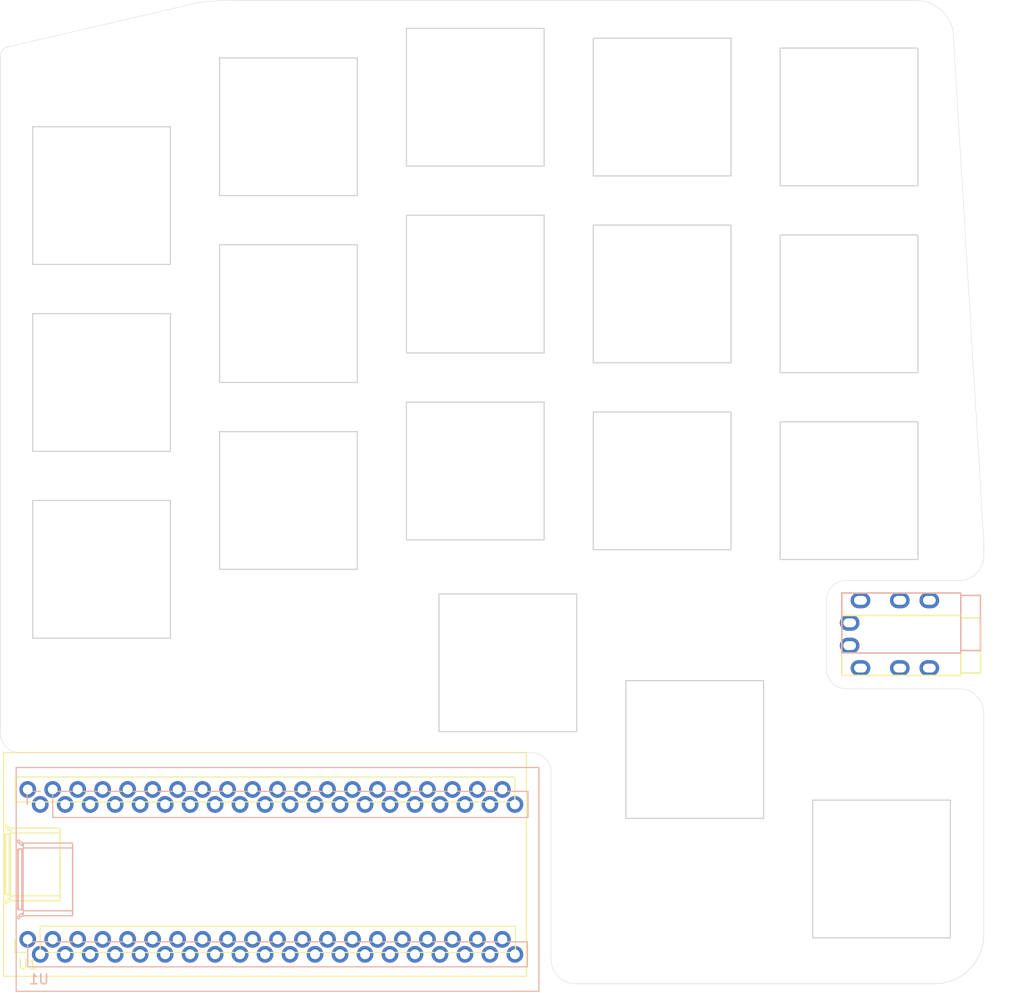
<source format=kicad_pcb>
(kicad_pcb (version 20171130) (host pcbnew "(5.1.8-0-10_14)")

  (general
    (thickness 1.6)
    (drawings 23)
    (tracks 0)
    (zones 0)
    (modules 26)
    (nets 41)
  )

  (page A4)
  (title_block
    (title "Reversible Split Keyboard Half, Top Plate")
    (date 2021-02-21)
    (rev 2021.1)
    (company "Richard Goulter")
  )

  (layers
    (0 F.Cu signal)
    (31 B.Cu signal)
    (32 B.Adhes user)
    (33 F.Adhes user)
    (34 B.Paste user)
    (35 F.Paste user)
    (36 B.SilkS user)
    (37 F.SilkS user)
    (38 B.Mask user)
    (39 F.Mask user)
    (40 Dwgs.User user)
    (41 Cmts.User user)
    (42 Eco1.User user)
    (43 Eco2.User user)
    (44 Edge.Cuts user)
    (45 Margin user)
    (46 B.CrtYd user)
    (47 F.CrtYd user)
    (48 B.Fab user)
    (49 F.Fab user)
  )

  (setup
    (last_trace_width 0.25)
    (trace_clearance 0.2)
    (zone_clearance 0.508)
    (zone_45_only no)
    (trace_min 0.2)
    (via_size 0.8)
    (via_drill 0.4)
    (via_min_size 0.6)
    (via_min_drill 0.3)
    (uvia_size 0.3)
    (uvia_drill 0.1)
    (uvias_allowed no)
    (uvia_min_size 0.2)
    (uvia_min_drill 0.1)
    (edge_width 0.0381)
    (segment_width 0.254)
    (pcb_text_width 0.3048)
    (pcb_text_size 1.524 1.524)
    (mod_edge_width 0.1524)
    (mod_text_size 0.8128 0.8128)
    (mod_text_width 0.1524)
    (pad_size 1.7018 1.7018)
    (pad_drill 1.7018)
    (pad_to_mask_clearance 0)
    (solder_mask_min_width 0.12)
    (aux_axis_origin 0 0)
    (visible_elements FFFFFF7F)
    (pcbplotparams
      (layerselection 0x00100_7ffffffe)
      (usegerberextensions false)
      (usegerberattributes true)
      (usegerberadvancedattributes true)
      (creategerberjobfile false)
      (excludeedgelayer false)
      (linewidth 0.100000)
      (plotframeref false)
      (viasonmask false)
      (mode 1)
      (useauxorigin false)
      (hpglpennumber 1)
      (hpglpenspeed 20)
      (hpglpendiameter 15.000000)
      (psnegative false)
      (psa4output false)
      (plotreference false)
      (plotvalue false)
      (plotinvisibletext false)
      (padsonsilk true)
      (subtractmaskfromsilk false)
      (outputformat 5)
      (mirror false)
      (drillshape 0)
      (scaleselection 1)
      (outputdirectory "gerber/keyboard-100x100-minif4-plate_top-reversible/"))
  )

  (net 0 "")
  (net 1 /3V3)
  (net 2 /SCL_TX)
  (net 3 /RGB_DIN)
  (net 4 /SW11)
  (net 5 /SW12)
  (net 6 /SW13)
  (net 7 /SW14)
  (net 8 /SW15)
  (net 9 /SW21)
  (net 10 /SW22)
  (net 11 /SW23)
  (net 12 /SW24)
  (net 13 /SW25)
  (net 14 /SW31)
  (net 15 /SW32)
  (net 16 /SW33)
  (net 17 /SW34)
  (net 18 /SW35)
  (net 19 /SW41)
  (net 20 /SW42)
  (net 21 /SW43)
  (net 22 "Net-(U1-Pad5V)")
  (net 23 "Net-(U1-Pad25)")
  (net 24 "Net-(U1-Pad46)")
  (net 25 "Net-(U1-Pad3)")
  (net 26 "Net-(U1-Pad2)")
  (net 27 "Net-(U1-Pad47)")
  (net 28 "Net-(U1-Pad1)")
  (net 29 "Net-(U1-Pad48)")
  (net 30 /GND)
  (net 31 "Net-(U1-Pad5V_5V)")
  (net 32 /SDA_RX)
  (net 33 "Net-(U1-Pad26)")
  (net 34 "Net-(U1-Pad27)")
  (net 35 "Net-(U1-Pad20)")
  (net 36 "Net-(U1-Pad32)")
  (net 37 "Net-(U1-Pad33)")
  (net 38 "Net-(U1-Pad11)")
  (net 39 "Net-(U1-Pad45)")
  (net 40 "Net-(U1-Pad7)")

  (net_class Default "This is the default net class."
    (clearance 0.2)
    (trace_width 0.25)
    (via_dia 0.8)
    (via_drill 0.4)
    (uvia_dia 0.3)
    (uvia_drill 0.1)
    (add_net /RGB_DIN)
    (add_net /SCL_TX)
    (add_net /SDA_RX)
    (add_net /SW11)
    (add_net /SW12)
    (add_net /SW13)
    (add_net /SW14)
    (add_net /SW15)
    (add_net /SW21)
    (add_net /SW22)
    (add_net /SW23)
    (add_net /SW24)
    (add_net /SW25)
    (add_net /SW31)
    (add_net /SW32)
    (add_net /SW33)
    (add_net /SW34)
    (add_net /SW35)
    (add_net /SW41)
    (add_net /SW42)
    (add_net /SW43)
    (add_net "Net-(U1-Pad1)")
    (add_net "Net-(U1-Pad11)")
    (add_net "Net-(U1-Pad2)")
    (add_net "Net-(U1-Pad20)")
    (add_net "Net-(U1-Pad25)")
    (add_net "Net-(U1-Pad26)")
    (add_net "Net-(U1-Pad27)")
    (add_net "Net-(U1-Pad3)")
    (add_net "Net-(U1-Pad32)")
    (add_net "Net-(U1-Pad33)")
    (add_net "Net-(U1-Pad45)")
    (add_net "Net-(U1-Pad46)")
    (add_net "Net-(U1-Pad47)")
    (add_net "Net-(U1-Pad48)")
    (add_net "Net-(U1-Pad5V)")
    (add_net "Net-(U1-Pad5V_5V)")
    (add_net "Net-(U1-Pad7)")
  )

  (net_class Power ""
    (clearance 0.2)
    (trace_width 0.5)
    (via_dia 0.8)
    (via_drill 0.4)
    (uvia_dia 0.3)
    (uvia_drill 0.1)
    (add_net /3V3)
    (add_net /GND)
  )

  (module ProjectLocal:SW_Cutout (layer F.Cu) (tedit 60326726) (tstamp 5FD94D50)
    (at 189.607 138.329685)
    (path /5FDEF97E)
    (fp_text reference SW_43 (at 0 2.1 unlocked) (layer F.SilkS) hide
      (effects (font (size 0.7 0.7) (thickness 0.15)))
    )
    (fp_text value SW_Push (at 0 -3.81 unlocked) (layer Dwgs.User) hide
      (effects (font (size 1 1) (thickness 0.15)))
    )
    (fp_line (start -7 -7) (end 7 -7) (layer Edge.Cuts) (width 0.12))
    (fp_line (start -7 7) (end -7 -7) (layer Edge.Cuts) (width 0.12))
    (fp_line (start 7 7) (end -7 7) (layer Edge.Cuts) (width 0.12))
    (fp_line (start 7 -7) (end 7 7) (layer Edge.Cuts) (width 0.12))
    (model "${KIPRJMOD}/Keebio-Parts.pretty/3dmodels/SK6812MINI-E v1.step"
      (at (xyz 0 0 0))
      (scale (xyz 1 1 1))
      (rotate (xyz 90 0 0))
    )
  )

  (module ProjectLocal:SW_Cutout (layer F.Cu) (tedit 60326726) (tstamp 5FD94CDC)
    (at 170.607 126.181906)
    (path /5FDF0012)
    (fp_text reference SW_42 (at 0 2.1 unlocked) (layer F.SilkS) hide
      (effects (font (size 0.7 0.7) (thickness 0.15)))
    )
    (fp_text value SW_Push (at 0 -3.81 unlocked) (layer Dwgs.User) hide
      (effects (font (size 1 1) (thickness 0.15)))
    )
    (fp_line (start -7 -7) (end 7 -7) (layer Edge.Cuts) (width 0.12))
    (fp_line (start -7 7) (end -7 -7) (layer Edge.Cuts) (width 0.12))
    (fp_line (start 7 7) (end -7 7) (layer Edge.Cuts) (width 0.12))
    (fp_line (start 7 -7) (end 7 7) (layer Edge.Cuts) (width 0.12))
    (model "${KIPRJMOD}/Keebio-Parts.pretty/3dmodels/SK6812MINI-E v1.step"
      (at (xyz 0 0 0))
      (scale (xyz 1 1 1))
      (rotate (xyz 90 0 0))
    )
  )

  (module ProjectLocal:SW_Cutout (layer F.Cu) (tedit 60326726) (tstamp 5FD94C68)
    (at 151.607 117.3615)
    (path /5FDF0949)
    (fp_text reference SW_41 (at 0 2.1 unlocked) (layer F.SilkS) hide
      (effects (font (size 0.7 0.7) (thickness 0.15)))
    )
    (fp_text value SW_Push (at 0 -3.81 unlocked) (layer Dwgs.User) hide
      (effects (font (size 1 1) (thickness 0.15)))
    )
    (fp_line (start -7 -7) (end 7 -7) (layer Edge.Cuts) (width 0.12))
    (fp_line (start -7 7) (end -7 -7) (layer Edge.Cuts) (width 0.12))
    (fp_line (start 7 7) (end -7 7) (layer Edge.Cuts) (width 0.12))
    (fp_line (start 7 -7) (end 7 7) (layer Edge.Cuts) (width 0.12))
    (model "${KIPRJMOD}/Keebio-Parts.pretty/3dmodels/SK6812MINI-E v1.step"
      (at (xyz 0 0 0))
      (scale (xyz 1 1 1))
      (rotate (xyz 90 0 0))
    )
  )

  (module ProjectLocal:SW_Cutout (layer F.Cu) (tedit 60326726) (tstamp 5FD94BF4)
    (at 186.3005 99.8615)
    (path /5FDEF11F)
    (fp_text reference SW_35 (at 0 2.1 unlocked) (layer F.SilkS) hide
      (effects (font (size 0.7 0.7) (thickness 0.15)))
    )
    (fp_text value SW_Push (at 0 -3.81 unlocked) (layer Dwgs.User) hide
      (effects (font (size 1 1) (thickness 0.15)))
    )
    (fp_line (start -7 -7) (end 7 -7) (layer Edge.Cuts) (width 0.12))
    (fp_line (start -7 7) (end -7 -7) (layer Edge.Cuts) (width 0.12))
    (fp_line (start 7 7) (end -7 7) (layer Edge.Cuts) (width 0.12))
    (fp_line (start 7 -7) (end 7 7) (layer Edge.Cuts) (width 0.12))
    (model "${KIPRJMOD}/Keebio-Parts.pretty/3dmodels/SK6812MINI-E v1.step"
      (at (xyz 0 0 0))
      (scale (xyz 1 1 1))
      (rotate (xyz 90 0 0))
    )
  )

  (module ProjectLocal:SW_Cutout (layer F.Cu) (tedit 60326726) (tstamp 5FD94B80)
    (at 167.3005 98.8615)
    (path /5FDF323B)
    (fp_text reference SW_34 (at 0 2.1 unlocked) (layer F.SilkS) hide
      (effects (font (size 0.7 0.7) (thickness 0.15)))
    )
    (fp_text value SW_Push (at 0 -3.81 unlocked) (layer Dwgs.User) hide
      (effects (font (size 1 1) (thickness 0.15)))
    )
    (fp_line (start -7 -7) (end 7 -7) (layer Edge.Cuts) (width 0.12))
    (fp_line (start -7 7) (end -7 -7) (layer Edge.Cuts) (width 0.12))
    (fp_line (start 7 7) (end -7 7) (layer Edge.Cuts) (width 0.12))
    (fp_line (start 7 -7) (end 7 7) (layer Edge.Cuts) (width 0.12))
    (model "${KIPRJMOD}/Keebio-Parts.pretty/3dmodels/SK6812MINI-E v1.step"
      (at (xyz 0 0 0))
      (scale (xyz 1 1 1))
      (rotate (xyz 90 0 0))
    )
  )

  (module ProjectLocal:SW_Cutout (layer F.Cu) (tedit 60326726) (tstamp 5FD94B0C)
    (at 148.3005 97.8615)
    (path /5FDF2DC3)
    (fp_text reference SW_33 (at 0 2.1 unlocked) (layer F.SilkS) hide
      (effects (font (size 0.7 0.7) (thickness 0.15)))
    )
    (fp_text value SW_Push (at 0 -3.81 unlocked) (layer Dwgs.User) hide
      (effects (font (size 1 1) (thickness 0.15)))
    )
    (fp_line (start -7 -7) (end 7 -7) (layer Edge.Cuts) (width 0.12))
    (fp_line (start -7 7) (end -7 -7) (layer Edge.Cuts) (width 0.12))
    (fp_line (start 7 7) (end -7 7) (layer Edge.Cuts) (width 0.12))
    (fp_line (start 7 -7) (end 7 7) (layer Edge.Cuts) (width 0.12))
    (model "${KIPRJMOD}/Keebio-Parts.pretty/3dmodels/SK6812MINI-E v1.step"
      (at (xyz 0 0 0))
      (scale (xyz 1 1 1))
      (rotate (xyz 90 0 0))
    )
  )

  (module ProjectLocal:SW_Cutout (layer F.Cu) (tedit 60326726) (tstamp 5FD94A98)
    (at 129.3005 100.8615)
    (path /5FDF2621)
    (fp_text reference SW_32 (at 0 2.1 unlocked) (layer F.SilkS) hide
      (effects (font (size 0.7 0.7) (thickness 0.15)))
    )
    (fp_text value SW_Push (at 0 -3.81 unlocked) (layer Dwgs.User) hide
      (effects (font (size 1 1) (thickness 0.15)))
    )
    (fp_line (start -7 -7) (end 7 -7) (layer Edge.Cuts) (width 0.12))
    (fp_line (start -7 7) (end -7 -7) (layer Edge.Cuts) (width 0.12))
    (fp_line (start 7 7) (end -7 7) (layer Edge.Cuts) (width 0.12))
    (fp_line (start 7 -7) (end 7 7) (layer Edge.Cuts) (width 0.12))
    (model "${KIPRJMOD}/Keebio-Parts.pretty/3dmodels/SK6812MINI-E v1.step"
      (at (xyz 0 0 0))
      (scale (xyz 1 1 1))
      (rotate (xyz 90 0 0))
    )
  )

  (module ProjectLocal:SW_Cutout (layer F.Cu) (tedit 60326726) (tstamp 5FD94A24)
    (at 110.3005 107.8615)
    (path /5FDE5173)
    (fp_text reference SW_31 (at 0 2.1 unlocked) (layer F.SilkS) hide
      (effects (font (size 0.7 0.7) (thickness 0.15)))
    )
    (fp_text value SW_Push (at 0 -3.81 unlocked) (layer Dwgs.User) hide
      (effects (font (size 1 1) (thickness 0.15)))
    )
    (fp_line (start -7 -7) (end 7 -7) (layer Edge.Cuts) (width 0.12))
    (fp_line (start -7 7) (end -7 -7) (layer Edge.Cuts) (width 0.12))
    (fp_line (start 7 7) (end -7 7) (layer Edge.Cuts) (width 0.12))
    (fp_line (start 7 -7) (end 7 7) (layer Edge.Cuts) (width 0.12))
    (model "${KIPRJMOD}/Keebio-Parts.pretty/3dmodels/SK6812MINI-E v1.step"
      (at (xyz 0 0 0))
      (scale (xyz 1 1 1))
      (rotate (xyz 90 0 0))
    )
  )

  (module ProjectLocal:SW_Cutout (layer F.Cu) (tedit 60326726) (tstamp 5FD949B0)
    (at 186.3005 80.8615)
    (path /5FDEE777)
    (fp_text reference SW_25 (at 0 2.1 unlocked) (layer F.SilkS) hide
      (effects (font (size 0.7 0.7) (thickness 0.15)))
    )
    (fp_text value SW_Push (at 0 -3.81 unlocked) (layer Dwgs.User) hide
      (effects (font (size 1 1) (thickness 0.15)))
    )
    (fp_line (start -7 -7) (end 7 -7) (layer Edge.Cuts) (width 0.12))
    (fp_line (start -7 7) (end -7 -7) (layer Edge.Cuts) (width 0.12))
    (fp_line (start 7 7) (end -7 7) (layer Edge.Cuts) (width 0.12))
    (fp_line (start 7 -7) (end 7 7) (layer Edge.Cuts) (width 0.12))
    (model "${KIPRJMOD}/Keebio-Parts.pretty/3dmodels/SK6812MINI-E v1.step"
      (at (xyz 0 0 0))
      (scale (xyz 1 1 1))
      (rotate (xyz 90 0 0))
    )
  )

  (module ProjectLocal:SW_Cutout (layer F.Cu) (tedit 60326726) (tstamp 5FD9493C)
    (at 167.3005 79.8615)
    (path /5FDF0DF7)
    (fp_text reference SW_24 (at 0 2.1 unlocked) (layer F.SilkS) hide
      (effects (font (size 0.7 0.7) (thickness 0.15)))
    )
    (fp_text value SW_Push (at 0 -3.81 unlocked) (layer Dwgs.User) hide
      (effects (font (size 1 1) (thickness 0.15)))
    )
    (fp_line (start -7 -7) (end 7 -7) (layer Edge.Cuts) (width 0.12))
    (fp_line (start -7 7) (end -7 -7) (layer Edge.Cuts) (width 0.12))
    (fp_line (start 7 7) (end -7 7) (layer Edge.Cuts) (width 0.12))
    (fp_line (start 7 -7) (end 7 7) (layer Edge.Cuts) (width 0.12))
    (model "${KIPRJMOD}/Keebio-Parts.pretty/3dmodels/SK6812MINI-E v1.step"
      (at (xyz 0 0 0))
      (scale (xyz 1 1 1))
      (rotate (xyz 90 0 0))
    )
  )

  (module ProjectLocal:SW_Cutout (layer F.Cu) (tedit 60326726) (tstamp 5FD948C8)
    (at 148.3005 78.8615)
    (path /5FDF1620)
    (fp_text reference SW_23 (at 0 2.1 unlocked) (layer F.SilkS) hide
      (effects (font (size 0.7 0.7) (thickness 0.15)))
    )
    (fp_text value SW_Push (at 0 -3.81 unlocked) (layer Dwgs.User) hide
      (effects (font (size 1 1) (thickness 0.15)))
    )
    (fp_line (start -7 -7) (end 7 -7) (layer Edge.Cuts) (width 0.12))
    (fp_line (start -7 7) (end -7 -7) (layer Edge.Cuts) (width 0.12))
    (fp_line (start 7 7) (end -7 7) (layer Edge.Cuts) (width 0.12))
    (fp_line (start 7 -7) (end 7 7) (layer Edge.Cuts) (width 0.12))
    (model "${KIPRJMOD}/Keebio-Parts.pretty/3dmodels/SK6812MINI-E v1.step"
      (at (xyz 0 0 0))
      (scale (xyz 1 1 1))
      (rotate (xyz 90 0 0))
    )
  )

  (module ProjectLocal:SW_Cutout (layer F.Cu) (tedit 60326726) (tstamp 5FD94854)
    (at 129.3005 81.8615)
    (path /5FDF1BC1)
    (fp_text reference SW_22 (at 0 2.1 unlocked) (layer F.SilkS) hide
      (effects (font (size 0.7 0.7) (thickness 0.15)))
    )
    (fp_text value SW_Push (at 0 -3.81 unlocked) (layer Dwgs.User) hide
      (effects (font (size 1 1) (thickness 0.15)))
    )
    (fp_line (start -7 -7) (end 7 -7) (layer Edge.Cuts) (width 0.12))
    (fp_line (start -7 7) (end -7 -7) (layer Edge.Cuts) (width 0.12))
    (fp_line (start 7 7) (end -7 7) (layer Edge.Cuts) (width 0.12))
    (fp_line (start 7 -7) (end 7 7) (layer Edge.Cuts) (width 0.12))
    (model "${KIPRJMOD}/Keebio-Parts.pretty/3dmodels/SK6812MINI-E v1.step"
      (at (xyz 0 0 0))
      (scale (xyz 1 1 1))
      (rotate (xyz 90 0 0))
    )
  )

  (module ProjectLocal:SW_Cutout (layer F.Cu) (tedit 60326726) (tstamp 5FD947E0)
    (at 110.3005 88.8615)
    (path /5FDE48F6)
    (fp_text reference SW_21 (at 0 2.1 unlocked) (layer F.SilkS) hide
      (effects (font (size 0.7 0.7) (thickness 0.15)))
    )
    (fp_text value SW_Push (at 0 -3.81 unlocked) (layer Dwgs.User) hide
      (effects (font (size 1 1) (thickness 0.15)))
    )
    (fp_line (start -7 -7) (end 7 -7) (layer Edge.Cuts) (width 0.12))
    (fp_line (start -7 7) (end -7 -7) (layer Edge.Cuts) (width 0.12))
    (fp_line (start 7 7) (end -7 7) (layer Edge.Cuts) (width 0.12))
    (fp_line (start 7 -7) (end 7 7) (layer Edge.Cuts) (width 0.12))
    (model "${KIPRJMOD}/Keebio-Parts.pretty/3dmodels/SK6812MINI-E v1.step"
      (at (xyz 0 0 0))
      (scale (xyz 1 1 1))
      (rotate (xyz 90 0 0))
    )
  )

  (module ProjectLocal:SW_Cutout (layer F.Cu) (tedit 60326726) (tstamp 5FD9476C)
    (at 186.3005 61.8615)
    (path /5FDED702)
    (fp_text reference SW_15 (at 0 2.1 unlocked) (layer F.SilkS) hide
      (effects (font (size 0.7 0.7) (thickness 0.15)))
    )
    (fp_text value SW_Push (at 0 -3.81 unlocked) (layer Dwgs.User) hide
      (effects (font (size 1 1) (thickness 0.15)))
    )
    (fp_line (start -7 -7) (end 7 -7) (layer Edge.Cuts) (width 0.12))
    (fp_line (start -7 7) (end -7 -7) (layer Edge.Cuts) (width 0.12))
    (fp_line (start 7 7) (end -7 7) (layer Edge.Cuts) (width 0.12))
    (fp_line (start 7 -7) (end 7 7) (layer Edge.Cuts) (width 0.12))
    (model "${KIPRJMOD}/Keebio-Parts.pretty/3dmodels/SK6812MINI-E v1.step"
      (at (xyz 0 0 0))
      (scale (xyz 1 1 1))
      (rotate (xyz 90 0 0))
    )
  )

  (module ProjectLocal:SW_Cutout (layer F.Cu) (tedit 60326726) (tstamp 5FD946F8)
    (at 167.3005 60.8615)
    (path /5FDECF29)
    (fp_text reference SW_14 (at 0 2.1 unlocked) (layer F.SilkS) hide
      (effects (font (size 0.7 0.7) (thickness 0.15)))
    )
    (fp_text value SW_Push (at 0 -3.81 unlocked) (layer Dwgs.User) hide
      (effects (font (size 1 1) (thickness 0.15)))
    )
    (fp_line (start -7 -7) (end 7 -7) (layer Edge.Cuts) (width 0.12))
    (fp_line (start -7 7) (end -7 -7) (layer Edge.Cuts) (width 0.12))
    (fp_line (start 7 7) (end -7 7) (layer Edge.Cuts) (width 0.12))
    (fp_line (start 7 -7) (end 7 7) (layer Edge.Cuts) (width 0.12))
    (model "${KIPRJMOD}/Keebio-Parts.pretty/3dmodels/SK6812MINI-E v1.step"
      (at (xyz 0 0 0))
      (scale (xyz 1 1 1))
      (rotate (xyz 90 0 0))
    )
  )

  (module ProjectLocal:SW_Cutout (layer F.Cu) (tedit 60326726) (tstamp 5FD94684)
    (at 148.3005 59.8615)
    (path /5FDEC2EC)
    (fp_text reference SW_13 (at 0 2.1 unlocked) (layer F.SilkS) hide
      (effects (font (size 0.7 0.7) (thickness 0.15)))
    )
    (fp_text value SW_Push (at 0 -3.81 unlocked) (layer Dwgs.User) hide
      (effects (font (size 1 1) (thickness 0.15)))
    )
    (fp_line (start -7 -7) (end 7 -7) (layer Edge.Cuts) (width 0.12))
    (fp_line (start -7 7) (end -7 -7) (layer Edge.Cuts) (width 0.12))
    (fp_line (start 7 7) (end -7 7) (layer Edge.Cuts) (width 0.12))
    (fp_line (start 7 -7) (end 7 7) (layer Edge.Cuts) (width 0.12))
    (model "${KIPRJMOD}/Keebio-Parts.pretty/3dmodels/SK6812MINI-E v1.step"
      (at (xyz 0 0 0))
      (scale (xyz 1 1 1))
      (rotate (xyz 90 0 0))
    )
  )

  (module ProjectLocal:SW_Cutout (layer F.Cu) (tedit 60326726) (tstamp 5FD94610)
    (at 129.3005 62.8615)
    (path /5FDEB649)
    (fp_text reference SW_12 (at 0 2.1 unlocked) (layer F.SilkS) hide
      (effects (font (size 0.7 0.7) (thickness 0.15)))
    )
    (fp_text value SW_Push (at 0 -3.81 unlocked) (layer Dwgs.User) hide
      (effects (font (size 1 1) (thickness 0.15)))
    )
    (fp_line (start -7 -7) (end 7 -7) (layer Edge.Cuts) (width 0.12))
    (fp_line (start -7 7) (end -7 -7) (layer Edge.Cuts) (width 0.12))
    (fp_line (start 7 7) (end -7 7) (layer Edge.Cuts) (width 0.12))
    (fp_line (start 7 -7) (end 7 7) (layer Edge.Cuts) (width 0.12))
    (model "${KIPRJMOD}/Keebio-Parts.pretty/3dmodels/SK6812MINI-E v1.step"
      (at (xyz 0 0 0))
      (scale (xyz 1 1 1))
      (rotate (xyz 90 0 0))
    )
  )

  (module ProjectLocal:SW_Cutout (layer F.Cu) (tedit 60326726) (tstamp 5FD9459C)
    (at 110.3005 69.8615)
    (path /5FD3A369)
    (fp_text reference SW_11 (at 0 2.1 unlocked) (layer F.SilkS) hide
      (effects (font (size 0.7 0.7) (thickness 0.15)))
    )
    (fp_text value SW_Push (at 0 -3.81 unlocked) (layer Dwgs.User) hide
      (effects (font (size 1 1) (thickness 0.15)))
    )
    (fp_line (start -7 -7) (end 7 -7) (layer Edge.Cuts) (width 0.12))
    (fp_line (start -7 7) (end -7 -7) (layer Edge.Cuts) (width 0.12))
    (fp_line (start 7 7) (end -7 7) (layer Edge.Cuts) (width 0.12))
    (fp_line (start 7 -7) (end 7 7) (layer Edge.Cuts) (width 0.12))
    (model "${KIPRJMOD}/Keebio-Parts.pretty/3dmodels/SK6812MINI-E v1.step"
      (at (xyz 0 0 0))
      (scale (xyz 1 1 1))
      (rotate (xyz 90 0 0))
    )
  )

  (module ProjectLocal:H_M2_Screw_Hole (layer F.Cu) (tedit 60326F8F) (tstamp 6030EFD7)
    (at 157.353 106.934)
    (path /603C55A7)
    (fp_text reference H10 (at 0 0) (layer F.SilkS) hide
      (effects (font (size 1 1) (thickness 0.15)))
    )
    (fp_text value MountingHole (at 0 -0.5) (layer F.Fab)
      (effects (font (size 1 1) (thickness 0.15)))
    )
    (fp_circle (center 0 0) (end 1.2 0) (layer Dwgs.User) (width 0.12))
    (pad "" np_thru_hole circle (at 0 0) (size 2.4 2.4) (drill 2.4) (layers *.Cu *.Mask))
  )

  (module ProjectLocal:H_M2_Screw_Hole (layer F.Cu) (tedit 60326F8F) (tstamp 6030EFD2)
    (at 180.721 128.651)
    (path /603C53A9)
    (fp_text reference H9 (at 0 0) (layer F.SilkS) hide
      (effects (font (size 1 1) (thickness 0.15)))
    )
    (fp_text value MountingHole (at 0 -0.5) (layer F.Fab)
      (effects (font (size 1 1) (thickness 0.15)))
    )
    (fp_circle (center 0 0) (end 1.2 0) (layer Dwgs.User) (width 0.12))
    (pad "" np_thru_hole circle (at 0 0) (size 2.4 2.4) (drill 2.4) (layers *.Cu *.Mask))
  )

  (module ProjectLocal:H_M2_Screw_Hole (layer F.Cu) (tedit 60326F8F) (tstamp 6030EFCD)
    (at 120.574 110.648)
    (path /603C5079)
    (fp_text reference H8 (at 0 0) (layer F.SilkS) hide
      (effects (font (size 1 1) (thickness 0.15)))
    )
    (fp_text value MountingHole (at 0 -0.5) (layer F.Fab)
      (effects (font (size 1 1) (thickness 0.15)))
    )
    (fp_circle (center 0 0) (end 1.2 0) (layer Dwgs.User) (width 0.12))
    (pad "" np_thru_hole circle (at 0 0) (size 2.4 2.4) (drill 2.4) (layers *.Cu *.Mask))
  )

  (module ProjectLocal:H_M2_Screw_Hole (layer F.Cu) (tedit 60326F8F) (tstamp 6030EFC8)
    (at 181.102 71.12)
    (path /603C4D5A)
    (fp_text reference H7 (at 0 0) (layer F.SilkS) hide
      (effects (font (size 1 1) (thickness 0.15)))
    )
    (fp_text value MountingHole (at 0 -0.5) (layer F.Fab)
      (effects (font (size 1 1) (thickness 0.15)))
    )
    (fp_circle (center 0 0) (end 1.2 0) (layer Dwgs.User) (width 0.12))
    (pad "" np_thru_hole circle (at 0 0) (size 2.4 2.4) (drill 2.4) (layers *.Cu *.Mask))
  )

  (module ProjectLocal:H_M2_Screw_Hole (layer F.Cu) (tedit 60326F8F) (tstamp 6030EFC3)
    (at 120.142 72.421)
    (path /603C44C9)
    (fp_text reference H6 (at 0 0) (layer F.SilkS) hide
      (effects (font (size 1 1) (thickness 0.15)))
    )
    (fp_text value MountingHole (at 0 -0.5) (layer F.Fab)
      (effects (font (size 1 1) (thickness 0.15)))
    )
    (fp_circle (center 0 0) (end 1.2 0) (layer Dwgs.User) (width 0.12))
    (pad "" np_thru_hole circle (at 0 0) (size 2.4 2.4) (drill 2.4) (layers *.Cu *.Mask))
  )

  (module ProjectLocal:WeAct_MiniF4_ZigZag (layer F.Cu) (tedit 603234D2) (tstamp 6032AB49)
    (at 102.794 145.484 90)
    (descr "Through hole headers for BluePill module. No SWD breakout. Fancy silkscreen.")
    (tags "module BlluePill Blue Pill header SWD breakout")
    (path /5FD347E3)
    (fp_text reference U1 (at -2.54 0) (layer F.SilkS)
      (effects (font (size 1 1) (thickness 0.15)))
    )
    (fp_text value MiniF4 (at 20.32 24.765 180) (layer F.Fab) hide
      (effects (font (size 1 1) (thickness 0.15)))
    )
    (fp_line (start 3.747784 -2.019531) (end 3.932659 -2.182422) (layer F.SilkS) (width 0.12))
    (fp_line (start 4.045142 -2.054759) (end 3.767387 -2.37) (layer F.SilkS) (width 0.12))
    (fp_line (start 3.767387 -2.37) (end 3.582512 -2.207108) (layer F.SilkS) (width 0.12))
    (fp_line (start 3.582512 -2.207108) (end 3.861166 -1.890847) (layer F.SilkS) (width 0.12))
    (fp_line (start 11.657487 -2.207108) (end 11.378833 -1.890847) (layer F.SilkS) (width 0.12))
    (fp_line (start 11.472612 -2.37) (end 11.657487 -2.207108) (layer F.SilkS) (width 0.12))
    (fp_line (start 11.492215 -2.019531) (end 11.30734 -2.182422) (layer F.SilkS) (width 0.12))
    (fp_line (start 11.194857 -2.054759) (end 11.472612 -2.37) (layer F.SilkS) (width 0.12))
    (fp_line (start 4.160728 -1.82) (end 3.905072 -1.82) (layer F.SilkS) (width 0.12))
    (fp_line (start 4.169988 -1.72) (end 4.169988 -1.724215) (layer F.SilkS) (width 0.12))
    (fp_line (start 11.070011 -1.72) (end 11.070011 -1.724215) (layer F.SilkS) (width 0.12))
    (fp_line (start 11.079271 -1.82) (end 11.334927 -1.82) (layer F.SilkS) (width 0.12))
    (fp_line (start 11.070011 3.29) (end 4.169988 3.29) (layer F.SilkS) (width 0.12))
    (fp_line (start 4.423589 -1.720064) (end 4.423589 3.29) (layer F.SilkS) (width 0.12))
    (fp_line (start 3.923589 -1.725575) (end 3.923572 -1.7285) (layer F.SilkS) (width 0.12))
    (fp_line (start 3.923589 -1.725575) (end 3.923589 3.28) (layer F.SilkS) (width 0.12))
    (fp_line (start 11.31641 3.28) (end 3.923589 3.28) (layer F.SilkS) (width 0.12))
    (fp_line (start 3.930103 -1.72) (end 4.42 -1.72) (layer F.SilkS) (width 0.12))
    (fp_line (start 11.31641 -1.725575) (end 11.31641 3.28) (layer F.SilkS) (width 0.12))
    (fp_line (start 11.31641 -1.725575) (end 11.316427 -1.7285) (layer F.SilkS) (width 0.12))
    (fp_line (start 11.309896 -1.72) (end 10.82 -1.72) (layer F.SilkS) (width 0.12))
    (fp_line (start 10.81641 -1.720064) (end 10.81641 3.29) (layer F.SilkS) (width 0.12))
    (fp_line (start 10.82 -1.72) (end 10.81641 -1.720064) (layer F.SilkS) (width 0.12))
    (fp_line (start 4.42 -1.72) (end 4.423589 -1.720064) (layer F.SilkS) (width 0.12))
    (fp_line (start 10.758464 -1.741175) (end 4.481535 -1.741175) (layer F.SilkS) (width 0.12))
    (fp_line (start 10.47 -2.37) (end 4.77 -2.37) (layer F.SilkS) (width 0.12))
    (fp_line (start 4.77 -2.226605) (end 4.77 -2.37) (layer F.SilkS) (width 0.12))
    (fp_line (start 10.47 -2.226605) (end 10.47 -2.37) (layer F.SilkS) (width 0.12))
    (fp_line (start 10.72 -2.165211) (end 10.72 -1.82) (layer F.SilkS) (width 0.12))
    (fp_line (start 10.47 -2.226605) (end 4.77 -2.226605) (layer F.SilkS) (width 0.12))
    (fp_line (start 4.52 -2.165211) (end 4.52 -1.82) (layer F.SilkS) (width 0.12))
    (fp_line (start 4.52 -1.884569) (end 10.72 -1.884569) (layer F.SilkS) (width 0.12))
    (fp_line (start 3.928513 -1.720331) (end 3.930103 -1.72) (layer F.SilkS) (width 0.12))
    (fp_line (start 3.923572 -1.7285) (end 3.928513 -1.720331) (layer F.SilkS) (width 0.12))
    (fp_line (start 11.311486 -1.720331) (end 11.309896 -1.72) (layer F.SilkS) (width 0.12))
    (fp_line (start 11.316427 -1.7285) (end 11.311486 -1.720331) (layer F.SilkS) (width 0.12))
    (fp_line (start 13.97 49.53) (end 13.97 -1.27) (layer F.Fab) (width 0.1))
    (fp_line (start 16.51 49.53) (end 13.97 49.53) (layer F.Fab) (width 0.1))
    (fp_line (start 16.51 -1.27) (end 16.51 49.53) (layer F.Fab) (width 0.1))
    (fp_line (start 13.97 -1.27) (end 16.51 -1.27) (layer F.Fab) (width 0.1))
    (fp_line (start -1.27 49.53) (end -1.27 -0.635) (layer F.Fab) (width 0.1))
    (fp_line (start 1.27 49.53) (end -1.27 49.53) (layer F.Fab) (width 0.1))
    (fp_line (start 1.27 -1.27) (end 1.27 49.53) (layer F.Fab) (width 0.1))
    (fp_line (start -0.635 -1.27) (end 1.27 -1.27) (layer F.Fab) (width 0.1))
    (fp_line (start -1.27 -0.635) (end -0.635 -1.27) (layer F.Fab) (width 0.1))
    (fp_line (start 11.52 3.48) (end 11.52 -2.32) (layer F.Fab) (width 0.1))
    (fp_line (start 3.72 3.48) (end 3.72 -2.32) (layer F.Fab) (width 0.1))
    (fp_line (start 3.72 3.48) (end 11.52 3.48) (layer F.Fab) (width 0.1))
    (fp_line (start -3.755 -2.445) (end 18.995 -2.445) (layer F.SilkS) (width 0.12))
    (fp_line (start 18.995 -2.445) (end 18.995 50.705) (layer F.SilkS) (width 0.12))
    (fp_line (start 18.995 50.705) (end -3.755 50.705) (layer F.SilkS) (width 0.12))
    (fp_line (start -3.755 50.705) (end -3.755 -2.445) (layer F.SilkS) (width 0.12))
    (fp_line (start 18.92 -2.37) (end 18.92 50.63) (layer F.Fab) (width 0.12))
    (fp_line (start -3.68 50.63) (end 18.92 50.63) (layer F.Fab) (width 0.12))
    (fp_line (start -3.68 50.63) (end -3.68 -2.32) (layer F.Fab) (width 0.12))
    (fp_line (start -3.68 -2.37) (end 18.92 -2.37) (layer F.Fab) (width 0.12))
    (fp_line (start -3.93 -2.62) (end 19.17 -2.62) (layer F.CrtYd) (width 0.05))
    (fp_line (start 19.17 -2.62) (end 19.17 50.88) (layer F.CrtYd) (width 0.05))
    (fp_line (start 19.17 50.88) (end -3.93 50.88) (layer F.CrtYd) (width 0.05))
    (fp_line (start -3.93 50.88) (end -3.93 -2.62) (layer F.CrtYd) (width 0.05))
    (fp_line (start -1.8 -1.8) (end -1.8 50.06) (layer F.CrtYd) (width 0.05))
    (fp_line (start -1.8 50.06) (end 1.8 50.06) (layer F.CrtYd) (width 0.05))
    (fp_line (start 1.8 -1.8) (end -1.8 -1.8) (layer F.CrtYd) (width 0.05))
    (fp_line (start 13.44 -1.8) (end 17.04 -1.8) (layer F.CrtYd) (width 0.05))
    (fp_line (start 17.04 -1.8) (end 17.04 50.06) (layer F.CrtYd) (width 0.05))
    (fp_line (start 17.04 50.06) (end 13.44 50.06) (layer F.CrtYd) (width 0.05))
    (fp_line (start 1.8 -1.8) (end 1.8 45.72) (layer F.CrtYd) (width 0.05))
    (fp_line (start 1.8 45.72) (end 1.8 50.06) (layer F.CrtYd) (width 0.05))
    (fp_line (start 13.44 -1.8) (end 13.44 45.72) (layer F.CrtYd) (width 0.05))
    (fp_line (start 13.44 45.72) (end 13.44 50.06) (layer F.CrtYd) (width 0.05))
    (fp_line (start -1.33 1.27) (end 1.33 1.27) (layer F.SilkS) (width 0.12))
    (fp_line (start 1.33 1.27) (end 1.33 49.59) (layer F.SilkS) (width 0.12))
    (fp_line (start 1.33 49.59) (end -1.33 49.59) (layer F.SilkS) (width 0.12))
    (fp_line (start -1.33 49.59) (end -1.33 1.27) (layer F.SilkS) (width 0.12))
    (fp_line (start 13.97 -1.27) (end 16.51 -1.27) (layer F.SilkS) (width 0.12))
    (fp_line (start 16.51 -1.27) (end 16.51 49.53) (layer F.SilkS) (width 0.12))
    (fp_line (start 16.51 49.53) (end 13.97 49.53) (layer F.SilkS) (width 0.12))
    (fp_line (start 13.97 49.53) (end 13.97 -1.27) (layer F.SilkS) (width 0.12))
    (fp_line (start -1.33 0) (end -1.33 -1.33) (layer F.SilkS) (width 0.12))
    (fp_line (start -1.33 -1.33) (end 0 -1.33) (layer F.SilkS) (width 0.12))
    (fp_line (start -0.25146 0.00254) (end -2.79146 0.00254) (layer B.SilkS) (width 0.12))
    (fp_line (start -2.79146 0.00254) (end -2.79146 50.80254) (layer B.SilkS) (width 0.12))
    (fp_line (start 9.970756 -0.746991) (end 9.785881 -0.909882) (layer B.SilkS) (width 0.12))
    (fp_line (start 9.673398 -0.782219) (end 9.951153 -1.09746) (layer B.SilkS) (width 0.12))
    (fp_line (start 9.951153 -1.09746) (end 10.136028 -0.934568) (layer B.SilkS) (width 0.12))
    (fp_line (start 10.136028 -0.934568) (end 9.857374 -0.618307) (layer B.SilkS) (width 0.12))
    (fp_line (start 2.061053 -0.934568) (end 2.339707 -0.618307) (layer B.SilkS) (width 0.12))
    (fp_line (start 2.245928 -1.09746) (end 2.061053 -0.934568) (layer B.SilkS) (width 0.12))
    (fp_line (start 2.226325 -0.746991) (end 2.4112 -0.909882) (layer B.SilkS) (width 0.12))
    (fp_line (start 2.523683 -0.782219) (end 2.245928 -1.09746) (layer B.SilkS) (width 0.12))
    (fp_line (start 9.557812 -0.54746) (end 9.813468 -0.54746) (layer B.SilkS) (width 0.12))
    (fp_line (start 9.548552 -0.44746) (end 9.548552 -0.451675) (layer B.SilkS) (width 0.12))
    (fp_line (start 2.648529 -0.44746) (end 2.648529 -0.451675) (layer B.SilkS) (width 0.12))
    (fp_line (start 2.639269 -0.54746) (end 2.383613 -0.54746) (layer B.SilkS) (width 0.12))
    (fp_line (start 2.648529 4.56254) (end 9.548552 4.56254) (layer B.SilkS) (width 0.12))
    (fp_line (start 9.294951 -0.447524) (end 9.294951 4.56254) (layer B.SilkS) (width 0.12))
    (fp_line (start 9.794951 -0.453035) (end 9.794968 -0.45596) (layer B.SilkS) (width 0.12))
    (fp_line (start 9.794951 -0.453035) (end 9.794951 4.55254) (layer B.SilkS) (width 0.12))
    (fp_line (start 2.40213 4.55254) (end 9.794951 4.55254) (layer B.SilkS) (width 0.12))
    (fp_line (start 9.788437 -0.44746) (end 9.29854 -0.44746) (layer B.SilkS) (width 0.12))
    (fp_line (start 2.40213 -0.453035) (end 2.40213 4.55254) (layer B.SilkS) (width 0.12))
    (fp_line (start 2.40213 -0.453035) (end 2.402113 -0.45596) (layer B.SilkS) (width 0.12))
    (fp_line (start 2.408644 -0.44746) (end 2.89854 -0.44746) (layer B.SilkS) (width 0.12))
    (fp_line (start 2.90213 -0.447524) (end 2.90213 4.56254) (layer B.SilkS) (width 0.12))
    (fp_line (start 2.89854 -0.44746) (end 2.90213 -0.447524) (layer B.SilkS) (width 0.12))
    (fp_line (start 9.29854 -0.44746) (end 9.294951 -0.447524) (layer B.SilkS) (width 0.12))
    (fp_line (start 2.960076 -0.468635) (end 9.237005 -0.468635) (layer B.SilkS) (width 0.12))
    (fp_line (start 3.24854 -1.09746) (end 8.94854 -1.09746) (layer B.SilkS) (width 0.12))
    (fp_line (start 8.94854 -0.954065) (end 8.94854 -1.09746) (layer B.SilkS) (width 0.12))
    (fp_line (start 3.24854 -0.954065) (end 3.24854 -1.09746) (layer B.SilkS) (width 0.12))
    (fp_line (start -5.27646 51.97754) (end 17.47354 51.97754) (layer B.SilkS) (width 0.12))
    (fp_line (start 17.47354 51.97754) (end 17.47354 -1.17246) (layer B.SilkS) (width 0.12))
    (fp_line (start -5.20146 -1.09746) (end -5.20146 51.90254) (layer B.Fab) (width 0.12))
    (fp_line (start 17.39854 51.90254) (end -5.20146 51.90254) (layer B.Fab) (width 0.12))
    (fp_line (start 17.39854 51.90254) (end 17.39854 -1.04746) (layer B.Fab) (width 0.12))
    (fp_line (start 17.39854 -1.09746) (end -5.20146 -1.09746) (layer B.Fab) (width 0.12))
    (fp_line (start 17.64854 -1.34746) (end -5.45146 -1.34746) (layer B.CrtYd) (width 0.05))
    (fp_line (start -5.45146 -1.34746) (end -5.45146 52.15254) (layer B.CrtYd) (width 0.05))
    (fp_line (start -5.45146 52.15254) (end 17.64854 52.15254) (layer B.CrtYd) (width 0.05))
    (fp_line (start 17.64854 52.15254) (end 17.64854 -1.34746) (layer B.CrtYd) (width 0.05))
    (fp_line (start 2.99854 -0.892671) (end 2.99854 -0.54746) (layer B.SilkS) (width 0.12))
    (fp_line (start 3.24854 -0.954065) (end 8.94854 -0.954065) (layer B.SilkS) (width 0.12))
    (fp_line (start 9.19854 -0.892671) (end 9.19854 -0.54746) (layer B.SilkS) (width 0.12))
    (fp_line (start 9.19854 -0.612029) (end 2.99854 -0.612029) (layer B.SilkS) (width 0.12))
    (fp_line (start 9.790027 -0.447791) (end 9.788437 -0.44746) (layer B.SilkS) (width 0.12))
    (fp_line (start 9.794968 -0.45596) (end 9.790027 -0.447791) (layer B.SilkS) (width 0.12))
    (fp_line (start 2.407054 -0.447791) (end 2.408644 -0.44746) (layer B.SilkS) (width 0.12))
    (fp_line (start 2.402113 -0.45596) (end 2.407054 -0.447791) (layer B.SilkS) (width 0.12))
    (fp_line (start -0.25146 50.80254) (end -0.25146 0.00254) (layer B.Fab) (width 0.1))
    (fp_line (start -2.79146 50.80254) (end -0.25146 50.80254) (layer B.Fab) (width 0.1))
    (fp_line (start -2.79146 0.00254) (end -2.79146 50.80254) (layer B.Fab) (width 0.1))
    (fp_line (start -0.25146 0.00254) (end -2.79146 0.00254) (layer B.Fab) (width 0.1))
    (fp_line (start 14.98854 50.80254) (end 14.98854 0.63754) (layer B.Fab) (width 0.1))
    (fp_line (start 12.44854 50.80254) (end 14.98854 50.80254) (layer B.Fab) (width 0.1))
    (fp_line (start 12.44854 0.00254) (end 12.44854 50.80254) (layer B.Fab) (width 0.1))
    (fp_line (start 14.35354 0.00254) (end 12.44854 0.00254) (layer B.Fab) (width 0.1))
    (fp_line (start 14.98854 0.63754) (end 14.35354 0.00254) (layer B.Fab) (width 0.1))
    (fp_line (start 2.19854 4.75254) (end 2.19854 -1.04746) (layer B.Fab) (width 0.1))
    (fp_line (start 9.99854 4.75254) (end 9.99854 -1.04746) (layer B.Fab) (width 0.1))
    (fp_line (start 9.99854 4.75254) (end 2.19854 4.75254) (layer B.Fab) (width 0.1))
    (fp_line (start 17.47354 -1.17246) (end -5.27646 -1.17246) (layer B.SilkS) (width 0.12))
    (fp_line (start -5.27646 -1.17246) (end -5.27646 51.97754) (layer B.SilkS) (width 0.12))
    (fp_line (start -2.79146 50.80254) (end -0.25146 50.80254) (layer B.SilkS) (width 0.12))
    (fp_line (start -0.25146 50.80254) (end -0.25146 0.00254) (layer B.SilkS) (width 0.12))
    (fp_line (start 15.51854 -0.52746) (end 15.51854 51.33254) (layer B.CrtYd) (width 0.05))
    (fp_line (start 15.51854 51.33254) (end 11.91854 51.33254) (layer B.CrtYd) (width 0.05))
    (fp_line (start 11.91854 -0.52746) (end 15.51854 -0.52746) (layer B.CrtYd) (width 0.05))
    (fp_line (start 0.27854 -0.52746) (end -3.32146 -0.52746) (layer B.CrtYd) (width 0.05))
    (fp_line (start 15.04854 1.27254) (end 15.04854 -0.05746) (layer B.SilkS) (width 0.12))
    (fp_line (start 15.04854 -0.05746) (end 13.71854 -0.05746) (layer B.SilkS) (width 0.12))
    (fp_line (start -3.32146 -0.52746) (end -3.32146 51.33254) (layer B.CrtYd) (width 0.05))
    (fp_line (start -3.32146 51.33254) (end 0.27854 51.33254) (layer B.CrtYd) (width 0.05))
    (fp_line (start 11.91854 -0.52746) (end 11.91854 46.99254) (layer B.CrtYd) (width 0.05))
    (fp_line (start 11.91854 46.99254) (end 11.91854 51.33254) (layer B.CrtYd) (width 0.05))
    (fp_line (start 0.27854 -0.52746) (end 0.27854 46.99254) (layer B.CrtYd) (width 0.05))
    (fp_line (start 0.27854 46.99254) (end 0.27854 51.33254) (layer B.CrtYd) (width 0.05))
    (fp_line (start 15.04854 2.54254) (end 12.38854 2.54254) (layer B.SilkS) (width 0.12))
    (fp_line (start 12.38854 2.54254) (end 12.38854 50.86254) (layer B.SilkS) (width 0.12))
    (fp_line (start 12.38854 50.86254) (end 15.04854 50.86254) (layer B.SilkS) (width 0.12))
    (fp_line (start 15.04854 50.86254) (end 15.04854 2.54254) (layer B.SilkS) (width 0.12))
    (fp_text user %R (at -4.06146 1.14554) (layer B.SilkS)
      (effects (font (size 1 1) (thickness 0.15)) (justify mirror))
    )
    (fp_arc (start 10.048552 -0.451675) (end 9.548552 -0.451675) (angle 41.38292057) (layer B.SilkS) (width 0.12))
    (fp_arc (start 10.044951 -0.453035) (end 9.794968 -0.45596) (angle 40.71243063) (layer B.SilkS) (width 0.12))
    (fp_arc (start 2.15213 -0.453035) (end 2.339707 -0.618307) (angle 40.71243064) (layer B.SilkS) (width 0.12))
    (fp_arc (start 2.148529 -0.451675) (end 2.523683 -0.782219) (angle 41.38292057) (layer B.SilkS) (width 0.12))
    (fp_arc (start 9.29854 -0.54746) (end 9.294951 -0.447524) (angle 87.94273203) (layer B.SilkS) (width 0.12))
    (fp_arc (start 2.89854 -0.54746) (end 2.998541 -0.54746) (angle 87.94273203) (layer B.SilkS) (width 0.12))
    (fp_arc (start 8.969102 -0.86757) (end 8.94854 -1.09746) (angle 88.86752741) (layer B.SilkS) (width 0.12))
    (fp_arc (start 3.227979 -0.86757) (end 2.998541 -0.892671) (angle 88.86752741) (layer B.SilkS) (width 0.12))
    (fp_arc (start 3.227979 -0.724176) (end 2.998541 -0.749277) (angle 88.86752741) (layer B.SilkS) (width 0.12))
    (fp_arc (start 8.969102 -0.724176) (end 8.94854 -0.954065) (angle 88.86752741) (layer B.SilkS) (width 0.12))
    (fp_arc (start 3.669988 -1.724215) (end 4.169988 -1.724215) (angle -41.38292057) (layer F.SilkS) (width 0.12))
    (fp_arc (start 3.673589 -1.725575) (end 3.923572 -1.7285) (angle -40.71243063) (layer F.SilkS) (width 0.12))
    (fp_arc (start 11.56641 -1.725575) (end 11.378833 -1.890847) (angle -40.71243064) (layer F.SilkS) (width 0.12))
    (fp_arc (start 11.570011 -1.724215) (end 11.194857 -2.054759) (angle -41.38292057) (layer F.SilkS) (width 0.12))
    (fp_arc (start 4.42 -1.82) (end 4.423589 -1.720064) (angle -87.94273203) (layer F.SilkS) (width 0.12))
    (fp_arc (start 10.82 -1.82) (end 10.719999 -1.82) (angle -87.94273203) (layer F.SilkS) (width 0.12))
    (fp_arc (start 4.749438 -2.14011) (end 4.77 -2.37) (angle -88.86752741) (layer F.SilkS) (width 0.12))
    (fp_arc (start 10.490561 -2.14011) (end 10.719999 -2.165211) (angle -88.86752741) (layer F.SilkS) (width 0.12))
    (fp_arc (start 10.490561 -1.996716) (end 10.719999 -2.021817) (angle -88.86752741) (layer F.SilkS) (width 0.12))
    (fp_arc (start 4.749438 -1.996716) (end 4.77 -2.226605) (angle -88.86752741) (layer F.SilkS) (width 0.12))
    (pad 5V thru_hole circle (at -1.52146 1.27254 270) (size 1.7 1.7) (drill 1) (layers *.Cu *.Mask)
      (net 22 "Net-(U1-Pad5V)"))
    (pad 25 thru_hole circle (at 13.71854 1.27254 270) (size 1.7 1.7) (drill 1) (layers *.Cu *.Mask)
      (net 23 "Net-(U1-Pad25)"))
    (pad 23 thru_hole circle (at -1.52146 3.81254 270) (size 1.7 1.7) (drill 1) (layers *.Cu *.Mask)
      (net 30 /GND))
    (pad 26 thru_hole circle (at 13.71854 3.81254 270) (size 1.7 1.7) (drill 1) (layers *.Cu *.Mask)
      (net 33 "Net-(U1-Pad26)"))
    (pad 24 thru_hole circle (at -1.52146 6.35254 270) (size 1.7 1.7) (drill 1) (layers *.Cu *.Mask)
      (net 1 /3V3))
    (pad 27 thru_hole circle (at 13.71854 6.35254 270) (size 1.7 1.7) (drill 1) (layers *.Cu *.Mask)
      (net 34 "Net-(U1-Pad27)"))
    (pad 21 thru_hole circle (at -1.52146 8.89254 270) (size 1.7 1.7) (drill 1) (layers *.Cu *.Mask)
      (net 13 /SW25))
    (pad 28 thru_hole circle (at 13.71854 8.89254 270) (size 1.7 1.7) (drill 1) (layers *.Cu *.Mask)
      (net 4 /SW11))
    (pad 20 thru_hole circle (at -1.52146 11.43254 270) (size 1.7 1.7) (drill 1) (layers *.Cu *.Mask)
      (net 35 "Net-(U1-Pad20)"))
    (pad 29 thru_hole circle (at 13.71854 11.43254 270) (size 1.7 1.7) (drill 1) (layers *.Cu *.Mask)
      (net 5 /SW12))
    (pad 19 thru_hole circle (at -1.52146 13.97254 270) (size 1.7 1.7) (drill 1) (layers *.Cu *.Mask)
      (net 15 /SW32))
    (pad 30 thru_hole circle (at 13.71854 13.97254 270) (size 1.7 1.7) (drill 1) (layers *.Cu *.Mask)
      (net 6 /SW13))
    (pad 18 thru_hole circle (at -1.52146 16.51254 270) (size 1.7 1.7) (drill 1) (layers *.Cu *.Mask)
      (net 16 /SW33))
    (pad 31 thru_hole circle (at 13.71854 16.51254 270) (size 1.7 1.7) (drill 1) (layers *.Cu *.Mask)
      (net 7 /SW14))
    (pad 17 thru_hole circle (at -1.52146 19.05254 270) (size 1.7 1.7) (drill 1) (layers *.Cu *.Mask)
      (net 17 /SW34))
    (pad 32 thru_hole circle (at 13.71854 19.05254 270) (size 1.7 1.7) (drill 1) (layers *.Cu *.Mask)
      (net 36 "Net-(U1-Pad32)"))
    (pad 16 thru_hole circle (at -1.52146 21.59254 270) (size 1.7 1.7) (drill 1) (layers *.Cu *.Mask)
      (net 18 /SW35))
    (pad 33 thru_hole circle (at 13.71854 21.59254 270) (size 1.7 1.7) (drill 1) (layers *.Cu *.Mask)
      (net 37 "Net-(U1-Pad33)"))
    (pad 15 thru_hole circle (at -1.52146 24.13254 270) (size 1.7 1.7) (drill 1) (layers *.Cu *.Mask)
      (net 19 /SW41))
    (pad 38 thru_hole circle (at 13.71854 24.13254 270) (size 1.7 1.7) (drill 1) (layers *.Cu *.Mask)
      (net 10 /SW22))
    (pad 14 thru_hole circle (at -1.52146 26.67254 270) (size 1.7 1.7) (drill 1) (layers *.Cu *.Mask)
      (net 20 /SW42))
    (pad 39 thru_hole circle (at 13.71854 26.67254 270) (size 1.7 1.7) (drill 1) (layers *.Cu *.Mask)
      (net 11 /SW23))
    (pad 13 thru_hole circle (at -1.52146 29.21254 270) (size 1.7 1.7) (drill 1) (layers *.Cu *.Mask)
      (net 21 /SW43))
    (pad 40 thru_hole circle (at 13.71854 29.21254 270) (size 1.7 1.7) (drill 1) (layers *.Cu *.Mask)
      (net 12 /SW24))
    (pad 12 thru_hole circle (at -1.52146 31.75254 270) (size 1.7 1.7) (drill 1) (layers *.Cu *.Mask)
      (net 14 /SW31))
    (pad 41 thru_hole circle (at 13.71854 31.75254 270) (size 1.7 1.7) (drill 1) (layers *.Cu *.Mask)
      (net 9 /SW21))
    (pad 11 thru_hole circle (at -1.52146 34.29254 270) (size 1.7 1.7) (drill 1) (layers *.Cu *.Mask)
      (net 38 "Net-(U1-Pad11)"))
    (pad 42 thru_hole circle (at 13.71854 34.29254 270) (size 1.7 1.7) (drill 1) (layers *.Cu *.Mask)
      (net 2 /SCL_TX))
    (pad 10 thru_hole circle (at -1.52146 36.83254 270) (size 1.7 1.7) (drill 1) (layers *.Cu *.Mask)
      (net 3 /RGB_DIN))
    (pad 43 thru_hole circle (at 13.71854 36.83254 270) (size 1.7 1.7) (drill 1) (layers *.Cu *.Mask)
      (net 32 /SDA_RX))
    (pad 7 thru_hole circle (at -1.52146 39.37254 270) (size 1.7 1.7) (drill 1) (layers *.Cu *.Mask)
      (net 40 "Net-(U1-Pad7)"))
    (pad 45 thru_hole circle (at 13.71854 39.37254 270) (size 1.7 1.7) (drill 1) (layers *.Cu *.Mask)
      (net 39 "Net-(U1-Pad45)"))
    (pad 4 thru_hole circle (at -1.52146 41.91254 270) (size 1.7 1.7) (drill 1) (layers *.Cu *.Mask)
      (net 8 /SW15))
    (pad 46 thru_hole circle (at 13.71854 41.91254 270) (size 1.7 1.7) (drill 1) (layers *.Cu *.Mask)
      (net 24 "Net-(U1-Pad46)"))
    (pad 3 thru_hole circle (at -1.52146 44.45254 270) (size 1.7 1.7) (drill 1) (layers *.Cu *.Mask)
      (net 25 "Net-(U1-Pad3)"))
    (pad 5V_5V thru_hole circle (at 13.71854 44.45254 270) (size 1.7 1.7) (drill 1) (layers *.Cu *.Mask)
      (net 31 "Net-(U1-Pad5V_5V)"))
    (pad 2 thru_hole circle (at -1.52146 46.99254 270) (size 1.7 1.7) (drill 1) (layers *.Cu *.Mask)
      (net 26 "Net-(U1-Pad2)"))
    (pad 47 thru_hole circle (at 13.71854 46.99254 270) (size 1.7 1.7) (drill 1) (layers *.Cu *.Mask)
      (net 27 "Net-(U1-Pad47)"))
    (pad 1 thru_hole circle (at -1.52146 49.53254 270) (size 1.7 1.7) (drill 1) (layers *.Cu *.Mask)
      (net 28 "Net-(U1-Pad1)"))
    (pad 48 thru_hole circle (at 13.71854 49.53254 270) (size 1.7 1.7) (drill 1) (layers *.Cu *.Mask)
      (net 29 "Net-(U1-Pad48)"))
    (pad 5V thru_hole circle (at 15.24 0 90) (size 1.7 1.7) (drill 1) (layers *.Cu *.Mask)
      (net 22 "Net-(U1-Pad5V)"))
    (pad 25 thru_hole circle (at 0 0 90) (size 1.7 1.7) (drill 1) (layers *.Cu *.Mask)
      (net 23 "Net-(U1-Pad25)"))
    (pad 23 thru_hole circle (at 15.24 2.54 90) (size 1.7 1.7) (drill 1) (layers *.Cu *.Mask)
      (net 30 /GND))
    (pad 26 thru_hole circle (at 0 2.54 90) (size 1.7 1.7) (drill 1) (layers *.Cu *.Mask)
      (net 33 "Net-(U1-Pad26)"))
    (pad 24 thru_hole circle (at 15.24 5.08 90) (size 1.7 1.7) (drill 1) (layers *.Cu *.Mask)
      (net 1 /3V3))
    (pad 27 thru_hole circle (at 0 5.08 90) (size 1.7 1.7) (drill 1) (layers *.Cu *.Mask)
      (net 34 "Net-(U1-Pad27)"))
    (pad 21 thru_hole circle (at 15.24 7.62 90) (size 1.7 1.7) (drill 1) (layers *.Cu *.Mask)
      (net 13 /SW25))
    (pad 28 thru_hole circle (at 0 7.62 90) (size 1.7 1.7) (drill 1) (layers *.Cu *.Mask)
      (net 4 /SW11))
    (pad 20 thru_hole circle (at 15.24 10.16 90) (size 1.7 1.7) (drill 1) (layers *.Cu *.Mask)
      (net 35 "Net-(U1-Pad20)"))
    (pad 29 thru_hole circle (at 0 10.16 90) (size 1.7 1.7) (drill 1) (layers *.Cu *.Mask)
      (net 5 /SW12))
    (pad 19 thru_hole circle (at 15.24 12.7 90) (size 1.7 1.7) (drill 1) (layers *.Cu *.Mask)
      (net 15 /SW32))
    (pad 30 thru_hole circle (at 0 12.7 90) (size 1.7 1.7) (drill 1) (layers *.Cu *.Mask)
      (net 6 /SW13))
    (pad 18 thru_hole circle (at 15.24 15.24 90) (size 1.7 1.7) (drill 1) (layers *.Cu *.Mask)
      (net 16 /SW33))
    (pad 31 thru_hole circle (at 0 15.24 90) (size 1.7 1.7) (drill 1) (layers *.Cu *.Mask)
      (net 7 /SW14))
    (pad 17 thru_hole circle (at 15.24 17.78 90) (size 1.7 1.7) (drill 1) (layers *.Cu *.Mask)
      (net 17 /SW34))
    (pad 32 thru_hole circle (at 0 17.78 90) (size 1.7 1.7) (drill 1) (layers *.Cu *.Mask)
      (net 36 "Net-(U1-Pad32)"))
    (pad 16 thru_hole circle (at 15.24 20.32 90) (size 1.7 1.7) (drill 1) (layers *.Cu *.Mask)
      (net 18 /SW35))
    (pad 33 thru_hole circle (at 0 20.32 90) (size 1.7 1.7) (drill 1) (layers *.Cu *.Mask)
      (net 37 "Net-(U1-Pad33)"))
    (pad 15 thru_hole circle (at 15.24 22.86 90) (size 1.7 1.7) (drill 1) (layers *.Cu *.Mask)
      (net 19 /SW41))
    (pad 38 thru_hole circle (at 0 22.86 90) (size 1.7 1.7) (drill 1) (layers *.Cu *.Mask)
      (net 10 /SW22))
    (pad 14 thru_hole circle (at 15.24 25.4 90) (size 1.7 1.7) (drill 1) (layers *.Cu *.Mask)
      (net 20 /SW42))
    (pad 39 thru_hole circle (at 0 25.4 90) (size 1.7 1.7) (drill 1) (layers *.Cu *.Mask)
      (net 11 /SW23))
    (pad 13 thru_hole circle (at 15.24 27.94 90) (size 1.7 1.7) (drill 1) (layers *.Cu *.Mask)
      (net 21 /SW43))
    (pad 40 thru_hole circle (at 0 27.94 90) (size 1.7 1.7) (drill 1) (layers *.Cu *.Mask)
      (net 12 /SW24))
    (pad 12 thru_hole circle (at 15.24 30.48 90) (size 1.7 1.7) (drill 1) (layers *.Cu *.Mask)
      (net 14 /SW31))
    (pad 41 thru_hole circle (at 0 30.48 90) (size 1.7 1.7) (drill 1) (layers *.Cu *.Mask)
      (net 9 /SW21))
    (pad 11 thru_hole circle (at 15.24 33.02 90) (size 1.7 1.7) (drill 1) (layers *.Cu *.Mask)
      (net 38 "Net-(U1-Pad11)"))
    (pad 42 thru_hole circle (at 0 33.02 90) (size 1.7 1.7) (drill 1) (layers *.Cu *.Mask)
      (net 2 /SCL_TX))
    (pad 10 thru_hole circle (at 15.24 35.56 90) (size 1.7 1.7) (drill 1) (layers *.Cu *.Mask)
      (net 3 /RGB_DIN))
    (pad 43 thru_hole circle (at 0 35.56 90) (size 1.7 1.7) (drill 1) (layers *.Cu *.Mask)
      (net 32 /SDA_RX))
    (pad 7 thru_hole circle (at 15.24 38.1 90) (size 1.7 1.7) (drill 1) (layers *.Cu *.Mask)
      (net 40 "Net-(U1-Pad7)"))
    (pad 45 thru_hole circle (at 0 38.1 90) (size 1.7 1.7) (drill 1) (layers *.Cu *.Mask)
      (net 39 "Net-(U1-Pad45)"))
    (pad 4 thru_hole circle (at 15.24 40.64 90) (size 1.7 1.7) (drill 1) (layers *.Cu *.Mask)
      (net 8 /SW15))
    (pad 46 thru_hole circle (at 0 40.64 90) (size 1.7 1.7) (drill 1) (layers *.Cu *.Mask)
      (net 24 "Net-(U1-Pad46)"))
    (pad 3 thru_hole circle (at 15.24 43.18 90) (size 1.7 1.7) (drill 1) (layers *.Cu *.Mask)
      (net 25 "Net-(U1-Pad3)"))
    (pad 5V_5V thru_hole circle (at 0 43.18 90) (size 1.7 1.7) (drill 1) (layers *.Cu *.Mask)
      (net 31 "Net-(U1-Pad5V_5V)"))
    (pad 2 thru_hole circle (at 15.24 45.72 90) (size 1.7 1.7) (drill 1) (layers *.Cu *.Mask)
      (net 26 "Net-(U1-Pad2)"))
    (pad 47 thru_hole circle (at 0 45.72 90) (size 1.7 1.7) (drill 1) (layers *.Cu *.Mask)
      (net 27 "Net-(U1-Pad47)"))
    (pad 1 thru_hole circle (at 15.24 48.26 90) (size 1.7 1.7) (drill 1) (layers *.Cu *.Mask)
      (net 28 "Net-(U1-Pad1)"))
    (pad 48 thru_hole circle (at 0 48.26 90) (size 1.7 1.7) (drill 1) (layers *.Cu *.Mask)
      (net 29 "Net-(U1-Pad48)"))
    (model ${KIPRJMOD}/minif4_stm32f401_stm32f411_board.step
      (offset (xyz 7.6 -25 8))
      (scale (xyz 1 1 1))
      (rotate (xyz 0 0 90))
    )
    (model ${KISYS3DMOD}/Package_DIP.3dshapes/DIP-40_W15.24mm_Socket.step
      (at (xyz 0 0 0))
      (scale (xyz 1 1 1))
      (rotate (xyz 0 0 0))
    )
  )

  (module Keebio-Parts:TRRS-PJ-320A (layer B.Cu) (tedit 5D54377F) (tstamp 5FD94416)
    (at 197.663 113.315 90)
    (path /5FDFA2E7)
    (fp_text reference J_r_1 (at 0 -14.2 90) (layer Dwgs.User)
      (effects (font (size 1 1) (thickness 0.15)))
    )
    (fp_text value TRRS (at 0 5.6 90) (layer B.Fab)
      (effects (font (size 1 1) (thickness 0.15)) (justify mirror))
    )
    (fp_line (start 3.05 0) (end -3.05 0) (layer B.SilkS) (width 0.15))
    (fp_line (start 3.05 -12.1) (end -3.05 -12.1) (layer B.SilkS) (width 0.15))
    (fp_line (start 3.05 0) (end 3.05 -12.1) (layer B.SilkS) (width 0.15))
    (fp_line (start -3.05 0) (end -3.05 -12.1) (layer B.SilkS) (width 0.15))
    (fp_line (start 2.8 0) (end 2.8 2) (layer B.SilkS) (width 0.15))
    (fp_line (start -2.8 0) (end -2.8 2) (layer B.SilkS) (width 0.15))
    (fp_line (start 2.8 2) (end -2.8 2) (layer B.SilkS) (width 0.15))
    (fp_text user Ring2 (at 0 -3.25 90) (layer B.Fab)
      (effects (font (size 0.7 0.7) (thickness 0.1)) (justify mirror))
    )
    (fp_text user Ring1 (at 0 -6.25 90) (layer B.Fab)
      (effects (font (size 0.7 0.7) (thickness 0.1)) (justify mirror))
    )
    (fp_text user Tip (at 0 -10 90) (layer B.Fab)
      (effects (font (size 0.7 0.7) (thickness 0.1)) (justify mirror))
    )
    (fp_text user Sleeve (at 0.25 -11.4 90) (layer B.Fab)
      (effects (font (size 0.7 0.7) (thickness 0.1)) (justify mirror))
    )
    (pad 1 thru_hole oval (at -2.3 -11.3 90) (size 1.6 2) (drill oval 0.9 1.3) (layers *.Cu *.Mask))
    (pad 2 thru_hole oval (at 2.3 -10.2 90) (size 1.6 2) (drill oval 0.9 1.3) (layers *.Cu *.Mask))
    (pad 4 thru_hole oval (at 2.3 -3.2 90) (size 1.6 2) (drill oval 0.9 1.3) (layers *.Cu *.Mask))
    (pad "" np_thru_hole circle (at 0 -8.6 90) (size 0.8 0.8) (drill 0.8) (layers *.Cu *.Mask))
    (pad "" np_thru_hole circle (at 0 -1.6 90) (size 0.8 0.8) (drill 0.8) (layers *.Cu *.Mask))
    (pad 3 thru_hole oval (at 2.3 -6.2 90) (size 1.6 2) (drill oval 0.9 1.3) (layers *.Cu *.Mask))
    (model /Users/danny/syncproj/kicad-libs/footprints/Keebio-Parts.pretty/3dmodels/PJ-320A.step
      (at (xyz 0 0 0))
      (scale (xyz 1 1 1))
      (rotate (xyz -90 0 180))
    )
  )

  (module Keebio-Parts:TRRS-PJ-320A (layer F.Cu) (tedit 5D54377F) (tstamp 5FD943F6)
    (at 197.663 115.601 270)
    (path /5FDF9ACF)
    (fp_text reference J1 (at 0 14.2 90) (layer Dwgs.User)
      (effects (font (size 1 1) (thickness 0.15)))
    )
    (fp_text value TRRS (at 0 -5.6 90) (layer F.Fab)
      (effects (font (size 1 1) (thickness 0.15)))
    )
    (fp_line (start 3.05 0) (end -3.05 0) (layer F.SilkS) (width 0.15))
    (fp_line (start 3.05 12.1) (end -3.05 12.1) (layer F.SilkS) (width 0.15))
    (fp_line (start 3.05 0) (end 3.05 12.1) (layer F.SilkS) (width 0.15))
    (fp_line (start -3.05 0) (end -3.05 12.1) (layer F.SilkS) (width 0.15))
    (fp_line (start 2.8 0) (end 2.8 -2) (layer F.SilkS) (width 0.15))
    (fp_line (start -2.8 0) (end -2.8 -2) (layer F.SilkS) (width 0.15))
    (fp_line (start 2.8 -2) (end -2.8 -2) (layer F.SilkS) (width 0.15))
    (fp_text user Ring2 (at 0 3.25 90) (layer F.Fab)
      (effects (font (size 0.7 0.7) (thickness 0.1)))
    )
    (fp_text user Ring1 (at 0 6.25 90) (layer F.Fab)
      (effects (font (size 0.7 0.7) (thickness 0.1)))
    )
    (fp_text user Tip (at 0 10 90) (layer F.Fab)
      (effects (font (size 0.7 0.7) (thickness 0.1)))
    )
    (fp_text user Sleeve (at 0.25 11.4 90) (layer F.Fab)
      (effects (font (size 0.7 0.7) (thickness 0.1)))
    )
    (pad 1 thru_hole oval (at -2.3 11.3 270) (size 1.6 2) (drill oval 0.9 1.3) (layers *.Cu *.Mask))
    (pad 2 thru_hole oval (at 2.3 10.2 270) (size 1.6 2) (drill oval 0.9 1.3) (layers *.Cu *.Mask))
    (pad 4 thru_hole oval (at 2.3 3.2 270) (size 1.6 2) (drill oval 0.9 1.3) (layers *.Cu *.Mask))
    (pad "" np_thru_hole circle (at 0 8.6 270) (size 0.8 0.8) (drill 0.8) (layers *.Cu *.Mask))
    (pad "" np_thru_hole circle (at 0 1.6 270) (size 0.8 0.8) (drill 0.8) (layers *.Cu *.Mask))
    (pad 3 thru_hole oval (at 2.3 6.2 270) (size 1.6 2) (drill oval 0.9 1.3) (layers *.Cu *.Mask))
    (model ${KIPRJMOD}/Keebio-Parts.pretty/3dmodels/PJ-320A.step
      (at (xyz 0 0 0))
      (scale (xyz 1 1 1))
      (rotate (xyz 90 180 0))
    )
  )

  (gr_arc (start 186 118) (end 184 118) (angle -90) (layer Edge.Cuts) (width 0.0381))
  (gr_arc (start 186 111) (end 186 109) (angle -90) (layer Edge.Cuts) (width 0.0381))
  (gr_arc (start 197.5 122.5) (end 200 122.5) (angle -90) (layer Edge.Cuts) (width 0.0381))
  (gr_arc (start 197.5 106.5) (end 197.5 109) (angle -90) (layer Edge.Cuts) (width 0.0381))
  (gr_arc (start 158.5 147.5) (end 156 147.5) (angle -90) (layer Edge.Cuts) (width 0.0381))
  (gr_arc (start 102 124.5) (end 100 124.5) (angle -90) (layer Edge.Cuts) (width 0.0381))
  (gr_line (start 154 126.5) (end 102 126.5) (layer Edge.Cuts) (width 0.0381) (tstamp 6032D984))
  (gr_line (start 156 128.5) (end 156 147.5) (layer Edge.Cuts) (width 0.0381))
  (gr_arc (start 154 128.5) (end 154 126.5) (angle 90) (layer Edge.Cuts) (width 0.0381))
  (gr_line (start 200 122.5) (end 200 145) (layer Edge.Cuts) (width 0.0381) (tstamp 6032D967))
  (gr_line (start 186 120) (end 197.5 120) (layer Edge.Cuts) (width 0.0381))
  (gr_line (start 184 111) (end 184 118) (layer Edge.Cuts) (width 0.0381))
  (gr_line (start 197.5 109) (end 186 109) (layer Edge.Cuts) (width 0.0381))
  (gr_arc (start 193 54) (end 193 50) (angle 75) (layer Edge.Cuts) (width 0.0381))
  (gr_line (start 200 105) (end 196.863703 52.964724) (layer Edge.Cuts) (width 0.0381))
  (gr_line (start 100.756959 54.75) (end 120.035088 50.263163) (layer Edge.Cuts) (width 0.0381) (tstamp 6032294F))
  (gr_arc (start 101 55.725147) (end 100 55.625246) (angle 70.3) (layer Edge.Cuts) (width 0.0381))
  (gr_arc (start 124 80) (end 124 50) (angle -7.594643369) (layer Edge.Cuts) (width 0.0381))
  (gr_arc (start 195 145) (end 195 150) (angle -90) (layer Edge.Cuts) (width 0.05))
  (gr_line (start 124 50) (end 193 50) (layer Edge.Cuts) (width 0.05))
  (gr_line (start 100 124.5) (end 100 55.625246) (layer Edge.Cuts) (width 0.05))
  (gr_line (start 158.5 150) (end 195 150) (layer Edge.Cuts) (width 0.05))
  (gr_line (start 200 105) (end 200 106.5) (layer Edge.Cuts) (width 0.05))

)

</source>
